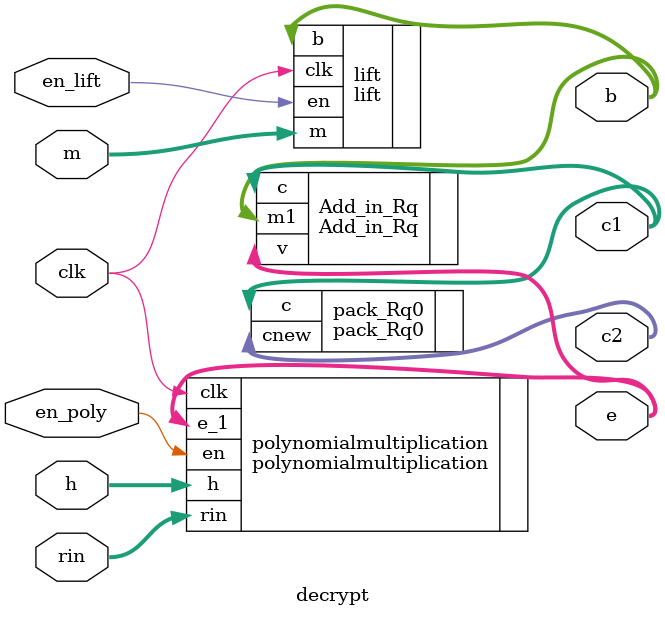
<source format=sv>
module decrypt #(parameter NUMS_OF_A_TER=700*2, parameter NUMS_OF_A_SQ=700*13)
(
input logic clk,
input logic en_lift,en_poly,
input logic [NUMS_OF_A_TER:1] m,
input logic [NUMS_OF_A_TER+2:1]rin,
input logic [NUMS_OF_A_SQ+13:1] h,
output logic [NUMS_OF_A_SQ+13:1] b,
output logic [NUMS_OF_A_SQ+13:1] e,c1,
output logic [NUMS_OF_A_SQ+4:1] c2
);

lift lift (.clk(clk),.en(en_lift),.m(m),.b(b));
polynomialmultiplication polynomialmultiplication (.clk(clk),.en(en_poly),.rin(rin),.h(h),.e_1(e));
Add_in_Rq Add_in_Rq (.v(e),.m1(b),.c(c1));
pack_Rq0 pack_Rq0 (.c(c1),.cnew(c2));

endmodule
</source>
